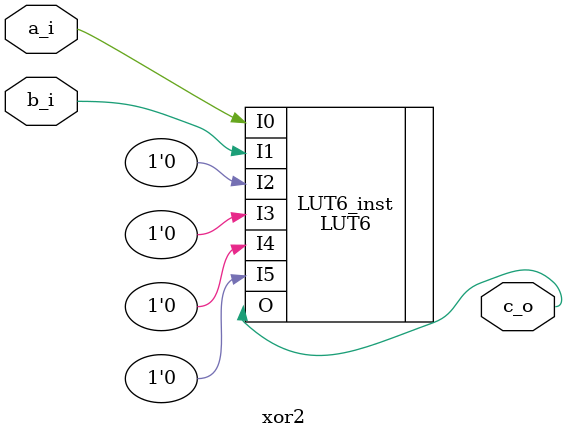
<source format=sv>
module xor2
  (input [0:0] a_i
  ,input [0:0] b_i
  ,output [0:0] c_o);

   // Your code here:

  LUT6
    #(.INIT(64'b0110011001100110011001100110011001100110011001100110011001100110))
  LUT6_inst (
    .I0(a_i),
    .I1(b_i),
    .I2(1'b0),
    .I3(1'b0),
    .I4(1'b0),
    .I5(1'b0),
    .O(c_o)
  );

endmodule

</source>
